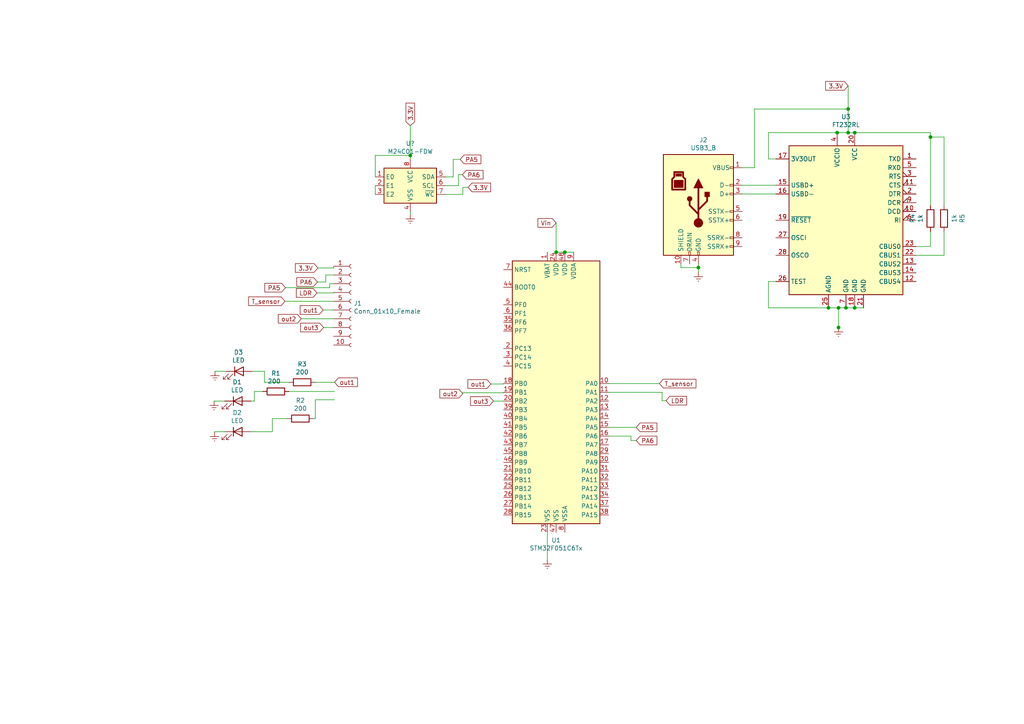
<source format=kicad_sch>
(kicad_sch (version 20230121) (generator eeschema)
  (paper "A4")
  (lib_symbols
    (symbol "Connector:USB3_B" (pin_names (offset 1.016))
      (property "Reference" "J" (at -10.16 15.24 0))
      (property "Value" "USB3_B" (at 10.16 15.24 0))
      (symbol "USB3_B_0_0"
        (rectangle (start -2.794 -15.24) (end -2.286 -14.224))
        (rectangle (start -0.254 -15.24) (end 0.254 -14.224))
        (rectangle (start 10.16 -12.446) (end 9.144 -12.954))
        (rectangle (start 10.16 -9.906) (end 9.144 -10.414))
        (rectangle (start 10.16 -4.826) (end 9.144 -5.334))
        (rectangle (start 10.16 -2.286) (end 9.144 -2.794))
        (rectangle (start 10.16 2.794) (end 9.144 2.286))
        (rectangle (start 10.16 5.334) (end 9.144 4.826))
        (rectangle (start 10.16 10.414) (end 9.144 9.906))
      )
      (symbol "USB3_B_0_1"
        (rectangle (start -10.16 13.97) (end 10.16 -15.24) (stroke (width 0.254)) (fill (type background)))
        (rectangle (start -6.477 8.382) (end -4.953 7.747) (stroke (width 0.254)) (fill (type outline)))
        (rectangle (start -4.445 4.445) (end -6.985 6.477) (stroke (width 0.254)) (fill (type outline)))
        (polyline (pts (xy -6.985 8.89) (xy -6.985 7.493) (xy -7.62 6.858) (xy -7.62 3.81) (xy -3.81 3.81) (xy -3.81 6.858) (xy -4.445 7.493) (xy -4.445 8.89) (xy -6.858 8.89) (xy -6.985 8.89)) (stroke (width 0.508)))
      )
      (symbol "USB3_B_1_1"
        (circle (center -2.54 1.143) (radius 0.635) (stroke (width 0.254)) (fill (type outline)))
        (circle (center 0 -5.842) (radius 1.27) (fill (type outline)))
        (polyline (pts (xy 0 -5.842) (xy 0 4.318)) (stroke (width 0.508)))
        (polyline (pts (xy 0 -3.302) (xy -2.54 -0.762) (xy -2.54 0.508)) (stroke (width 0.508)))
        (polyline (pts (xy 0 -2.032) (xy 2.54 0.508) (xy 2.54 1.778)) (stroke (width 0.508)))
        (polyline (pts (xy -1.27 4.318) (xy 0 6.858) (xy 1.27 4.318) (xy -1.27 4.318)) (stroke (width 0.254)) (fill (type outline)))
        (rectangle (start 1.905 1.778) (end 3.175 3.048) (stroke (width 0.254)) (fill (type outline)))
        (pin power_out line (at 12.7 10.16 180) (length 2.54) (name "VBUS") (number "1"))
        (pin passive line (at -5.08 -17.78 90) (length 2.54) (name "SHIELD") (number "10"))
        (pin bidirectional line (at 12.7 5.08 180) (length 2.54) (name "D-") (number "2"))
        (pin bidirectional line (at 12.7 2.54 180) (length 2.54) (name "D+") (number "3"))
        (pin power_out line (at 0 -17.78 90) (length 2.54) (name "GND") (number "4"))
        (pin output line (at 12.7 -2.54 180) (length 2.54) (name "SSTX-") (number "5"))
        (pin output line (at 12.7 -5.08 180) (length 2.54) (name "SSTX+") (number "6"))
        (pin passive line (at -2.54 -17.78 90) (length 2.54) (name "DRAIN") (number "7"))
        (pin input line (at 12.7 -10.16 180) (length 2.54) (name "SSRX-") (number "8"))
        (pin input line (at 12.7 -12.7 180) (length 2.54) (name "SSRX+") (number "9"))
      )
    )
    (symbol "Device:LED" (pin_numbers hide) (pin_names (offset 1.016) hide)
      (property "Reference" "D" (at 0 2.54 0))
      (property "Value" "LED" (at 0 -2.54 0))
      (symbol "LED_0_1"
        (polyline (pts (xy -1.27 -1.27) (xy -1.27 1.27)) (stroke (width 0.254)))
        (polyline (pts (xy -1.27 0) (xy 1.27 0)))
        (polyline (pts (xy 1.27 -1.27) (xy 1.27 1.27) (xy -1.27 0) (xy 1.27 -1.27)) (stroke (width 0.254)))
        (polyline (pts (xy -3.048 -0.762) (xy -4.572 -2.286) (xy -3.81 -2.286) (xy -4.572 -2.286) (xy -4.572 -1.524)))
        (polyline (pts (xy -1.778 -0.762) (xy -3.302 -2.286) (xy -2.54 -2.286) (xy -3.302 -2.286) (xy -3.302 -1.524)))
      )
      (symbol "LED_1_1"
        (pin passive line (at -3.81 0 0) (length 2.54) (name "K") (number "1"))
        (pin passive line (at 3.81 0 180) (length 2.54) (name "A") (number "2"))
      )
    )
    (symbol "Device:R" (pin_numbers hide) (pin_names (offset 0))
      (property "Reference" "R" (at 2.032 0 90))
      (property "Value" "R" (at 0 0 90))
      (symbol "R_0_1"
        (rectangle (start -1.016 -2.54) (end 1.016 2.54) (stroke (width 0.254)))
      )
      (symbol "R_1_1"
        (pin passive line (at 0 3.81 270) (length 1.27) (name "~") (number "1"))
        (pin passive line (at 0 -3.81 90) (length 1.27) (name "~") (number "2"))
      )
    )
    (symbol "Interface_USB:FT232RL"
      (property "Reference" "U" (at -16.51 22.86 0))
      (property "Value" "FT232RL" (at 10.16 22.86 0))
      (symbol "FT232RL_0_1"
        (rectangle (start -16.51 21.59) (end 16.51 -21.59) (stroke (width 0.254)) (fill (type background)))
      )
      (symbol "FT232RL_1_1"
        (pin output line (at 20.32 17.78 180) (length 3.81) (name "TXD") (number "1"))
        (pin input input_low (at 20.32 2.54 180) (length 3.81) (name "DCD") (number "10"))
        (pin input input_low (at 20.32 10.16 180) (length 3.81) (name "CTS") (number "11"))
        (pin bidirectional line (at 20.32 -17.78 180) (length 3.81) (name "CBUS4") (number "12"))
        (pin bidirectional line (at 20.32 -12.7 180) (length 3.81) (name "CBUS2") (number "13"))
        (pin bidirectional line (at 20.32 -15.24 180) (length 3.81) (name "CBUS3") (number "14"))
        (pin bidirectional line (at -20.32 10.16 0) (length 3.81) (name "USBD+") (number "15"))
        (pin bidirectional line (at -20.32 7.62 0) (length 3.81) (name "USBD-") (number "16"))
        (pin power_out line (at -20.32 17.78 0) (length 3.81) (name "3V3OUT") (number "17"))
        (pin power_in line (at 2.54 -25.4 90) (length 3.81) (name "GND") (number "18"))
        (pin input line (at -20.32 0 0) (length 3.81) (name "~{RESET}") (number "19"))
        (pin output output_low (at 20.32 7.62 180) (length 3.81) (name "DTR") (number "2"))
        (pin power_in line (at 2.54 25.4 270) (length 3.81) (name "VCC") (number "20"))
        (pin power_in line (at 5.08 -25.4 90) (length 3.81) (name "GND") (number "21"))
        (pin bidirectional line (at 20.32 -10.16 180) (length 3.81) (name "CBUS1") (number "22"))
        (pin bidirectional line (at 20.32 -7.62 180) (length 3.81) (name "CBUS0") (number "23"))
        (pin power_in line (at -5.08 -25.4 90) (length 3.81) (name "AGND") (number "25"))
        (pin input line (at -20.32 -17.78 0) (length 3.81) (name "TEST") (number "26"))
        (pin input line (at -20.32 -5.08 0) (length 3.81) (name "OSCI") (number "27"))
        (pin output line (at -20.32 -10.16 0) (length 3.81) (name "OSCO") (number "28"))
        (pin output output_low (at 20.32 12.7 180) (length 3.81) (name "RTS") (number "3"))
        (pin power_in line (at -2.54 25.4 270) (length 3.81) (name "VCCIO") (number "4"))
        (pin input line (at 20.32 15.24 180) (length 3.81) (name "RXD") (number "5"))
        (pin input input_low (at 20.32 0 180) (length 3.81) (name "RI") (number "6"))
        (pin power_in line (at 0 -25.4 90) (length 3.81) (name "GND") (number "7"))
        (pin input input_low (at 20.32 5.08 180) (length 3.81) (name "DCR") (number "9"))
      )
    )
    (symbol "Memory_EEPROM:M24C01-FDW"
      (property "Reference" "U" (at -6.35 6.35 0))
      (property "Value" "M24C01-FDW" (at 7.62 6.35 0))
      (symbol "M24C01-FDW_0_1"
        (rectangle (start -7.62 5.08) (end 7.62 -5.08) (stroke (width 0.254)) (fill (type background)))
      )
      (symbol "M24C01-FDW_1_1"
        (pin input line (at -10.16 2.54 0) (length 2.54) (name "E0") (number "1"))
        (pin input line (at -10.16 0 0) (length 2.54) (name "E1") (number "2"))
        (pin input line (at -10.16 -2.54 0) (length 2.54) (name "E2") (number "3"))
        (pin power_in line (at 0 -7.62 90) (length 2.54) (name "VSS") (number "4"))
        (pin bidirectional line (at 10.16 2.54 180) (length 2.54) (name "SDA") (number "5"))
        (pin input line (at 10.16 0 180) (length 2.54) (name "SCL") (number "6"))
        (pin input line (at 10.16 -2.54 180) (length 2.54) (name "~{WC}") (number "7"))
        (pin power_in line (at 0 7.62 270) (length 2.54) (name "VCC") (number "8"))
      )
    )
    (symbol "Microcontroller Schematic-rescue:Conn_01x10_Female-Connector" (pin_names (offset 1.016) hide)
      (property "Reference" "J" (at 0 12.7 0))
      (property "Value" "Connector_Conn_01x10_Female" (at 0 -15.24 0))
      (symbol "Conn_01x10_Female-Connector_1_1"
        (arc (start 0 -12.192) (mid -0.5058 -12.7) (end 0 -13.208) (stroke (width 0.1524)))
        (arc (start 0 -9.652) (mid -0.5058 -10.16) (end 0 -10.668) (stroke (width 0.1524)))
        (arc (start 0 -7.112) (mid -0.5058 -7.62) (end 0 -8.128) (stroke (width 0.1524)))
        (arc (start 0 -4.572) (mid -0.5058 -5.08) (end 0 -5.588) (stroke (width 0.1524)))
        (arc (start 0 -2.032) (mid -0.5058 -2.54) (end 0 -3.048) (stroke (width 0.1524)))
        (polyline (pts (xy -1.27 -12.7) (xy -0.508 -12.7)) (stroke (width 0.1524)))
        (polyline (pts (xy -1.27 -10.16) (xy -0.508 -10.16)) (stroke (width 0.1524)))
        (polyline (pts (xy -1.27 -7.62) (xy -0.508 -7.62)) (stroke (width 0.1524)))
        (polyline (pts (xy -1.27 -5.08) (xy -0.508 -5.08)) (stroke (width 0.1524)))
        (polyline (pts (xy -1.27 -2.54) (xy -0.508 -2.54)) (stroke (width 0.1524)))
        (polyline (pts (xy -1.27 0) (xy -0.508 0)) (stroke (width 0.1524)))
        (polyline (pts (xy -1.27 2.54) (xy -0.508 2.54)) (stroke (width 0.1524)))
        (polyline (pts (xy -1.27 5.08) (xy -0.508 5.08)) (stroke (width 0.1524)))
        (polyline (pts (xy -1.27 7.62) (xy -0.508 7.62)) (stroke (width 0.1524)))
        (polyline (pts (xy -1.27 10.16) (xy -0.508 10.16)) (stroke (width 0.1524)))
        (arc (start 0 0.508) (mid -0.5058 0) (end 0 -0.508) (stroke (width 0.1524)))
        (arc (start 0 3.048) (mid -0.5058 2.54) (end 0 2.032) (stroke (width 0.1524)))
        (arc (start 0 5.588) (mid -0.5058 5.08) (end 0 4.572) (stroke (width 0.1524)))
        (arc (start 0 8.128) (mid -0.5058 7.62) (end 0 7.112) (stroke (width 0.1524)))
        (arc (start 0 10.668) (mid -0.5058 10.16) (end 0 9.652) (stroke (width 0.1524)))
        (pin passive line (at -5.08 10.16 0) (length 3.81) (name "Pin_1") (number "1"))
        (pin passive line (at -5.08 -12.7 0) (length 3.81) (name "Pin_10") (number "10"))
        (pin passive line (at -5.08 7.62 0) (length 3.81) (name "Pin_2") (number "2"))
        (pin passive line (at -5.08 5.08 0) (length 3.81) (name "Pin_3") (number "3"))
        (pin passive line (at -5.08 2.54 0) (length 3.81) (name "Pin_4") (number "4"))
        (pin passive line (at -5.08 0 0) (length 3.81) (name "Pin_5") (number "5"))
        (pin passive line (at -5.08 -2.54 0) (length 3.81) (name "Pin_6") (number "6"))
        (pin passive line (at -5.08 -5.08 0) (length 3.81) (name "Pin_7") (number "7"))
        (pin passive line (at -5.08 -7.62 0) (length 3.81) (name "Pin_8") (number "8"))
        (pin passive line (at -5.08 -10.16 0) (length 3.81) (name "Pin_9") (number "9"))
      )
    )
    (symbol "Microcontroller Schematic-rescue:STM32F051C6Tx-MCU_ST_STM32F0"
      (property "Reference" "U" (at -12.7 39.37 0))
      (property "Value" "MCU_ST_STM32F0_STM32F051C6Tx" (at 7.62 39.37 0))
      (symbol "STM32F051C6Tx-MCU_ST_STM32F0_0_1"
        (rectangle (start -12.7 -38.1) (end 12.7 38.1) (stroke (width 0.254)) (fill (type background)))
      )
      (symbol "STM32F051C6Tx-MCU_ST_STM32F0_1_1"
        (pin power_in line (at -2.54 40.64 270) (length 2.54) (name "VBAT") (number "1"))
        (pin bidirectional line (at 15.24 2.54 180) (length 2.54) (name "PA0") (number "10"))
        (pin bidirectional line (at 15.24 0 180) (length 2.54) (name "PA1") (number "11"))
        (pin bidirectional line (at 15.24 -2.54 180) (length 2.54) (name "PA2") (number "12"))
        (pin bidirectional line (at 15.24 -5.08 180) (length 2.54) (name "PA3") (number "13"))
        (pin bidirectional line (at 15.24 -7.62 180) (length 2.54) (name "PA4") (number "14"))
        (pin bidirectional line (at 15.24 -10.16 180) (length 2.54) (name "PA5") (number "15"))
        (pin bidirectional line (at 15.24 -12.7 180) (length 2.54) (name "PA6") (number "16"))
        (pin bidirectional line (at 15.24 -15.24 180) (length 2.54) (name "PA7") (number "17"))
        (pin bidirectional line (at -15.24 2.54 0) (length 2.54) (name "PB0") (number "18"))
        (pin bidirectional line (at -15.24 0 0) (length 2.54) (name "PB1") (number "19"))
        (pin bidirectional line (at -15.24 12.7 0) (length 2.54) (name "PC13") (number "2"))
        (pin bidirectional line (at -15.24 -2.54 0) (length 2.54) (name "PB2") (number "20"))
        (pin bidirectional line (at -15.24 -22.86 0) (length 2.54) (name "PB10") (number "21"))
        (pin bidirectional line (at -15.24 -25.4 0) (length 2.54) (name "PB11") (number "22"))
        (pin power_in line (at -2.54 -40.64 90) (length 2.54) (name "VSS") (number "23"))
        (pin power_in line (at 0 40.64 270) (length 2.54) (name "VDD") (number "24"))
        (pin bidirectional line (at -15.24 -27.94 0) (length 2.54) (name "PB12") (number "25"))
        (pin bidirectional line (at -15.24 -30.48 0) (length 2.54) (name "PB13") (number "26"))
        (pin bidirectional line (at -15.24 -33.02 0) (length 2.54) (name "PB14") (number "27"))
        (pin bidirectional line (at -15.24 -35.56 0) (length 2.54) (name "PB15") (number "28"))
        (pin bidirectional line (at 15.24 -17.78 180) (length 2.54) (name "PA8") (number "29"))
        (pin bidirectional line (at -15.24 10.16 0) (length 2.54) (name "PC14") (number "3"))
        (pin bidirectional line (at 15.24 -20.32 180) (length 2.54) (name "PA9") (number "30"))
        (pin bidirectional line (at 15.24 -22.86 180) (length 2.54) (name "PA10") (number "31"))
        (pin bidirectional line (at 15.24 -25.4 180) (length 2.54) (name "PA11") (number "32"))
        (pin bidirectional line (at 15.24 -27.94 180) (length 2.54) (name "PA12") (number "33"))
        (pin bidirectional line (at 15.24 -30.48 180) (length 2.54) (name "PA13") (number "34"))
        (pin bidirectional line (at -15.24 20.32 0) (length 2.54) (name "PF6") (number "35"))
        (pin bidirectional line (at -15.24 17.78 0) (length 2.54) (name "PF7") (number "36"))
        (pin bidirectional line (at 15.24 -33.02 180) (length 2.54) (name "PA14") (number "37"))
        (pin bidirectional line (at 15.24 -35.56 180) (length 2.54) (name "PA15") (number "38"))
        (pin bidirectional line (at -15.24 -5.08 0) (length 2.54) (name "PB3") (number "39"))
        (pin bidirectional line (at -15.24 7.62 0) (length 2.54) (name "PC15") (number "4"))
        (pin bidirectional line (at -15.24 -7.62 0) (length 2.54) (name "PB4") (number "40"))
        (pin bidirectional line (at -15.24 -10.16 0) (length 2.54) (name "PB5") (number "41"))
        (pin bidirectional line (at -15.24 -12.7 0) (length 2.54) (name "PB6") (number "42"))
        (pin bidirectional line (at -15.24 -15.24 0) (length 2.54) (name "PB7") (number "43"))
        (pin input line (at -15.24 30.48 0) (length 2.54) (name "BOOT0") (number "44"))
        (pin bidirectional line (at -15.24 -17.78 0) (length 2.54) (name "PB8") (number "45"))
        (pin bidirectional line (at -15.24 -20.32 0) (length 2.54) (name "PB9") (number "46"))
        (pin power_in line (at 0 -40.64 90) (length 2.54) (name "VSS") (number "47"))
        (pin power_in line (at 2.54 40.64 270) (length 2.54) (name "VDD") (number "48"))
        (pin input line (at -15.24 25.4 0) (length 2.54) (name "PF0") (number "5"))
        (pin input line (at -15.24 22.86 0) (length 2.54) (name "PF1") (number "6"))
        (pin input line (at -15.24 35.56 0) (length 2.54) (name "NRST") (number "7"))
        (pin power_in line (at 2.54 -40.64 90) (length 2.54) (name "VSSA") (number "8"))
        (pin power_in line (at 5.08 40.64 270) (length 2.54) (name "VDDA") (number "9"))
      )
    )
    (symbol "power:Earth" (power) (pin_names (offset 0))
      (symbol "Earth_0_1"
        (polyline (pts (xy -0.635 -1.905) (xy 0.635 -1.905)))
        (polyline (pts (xy -0.127 -2.54) (xy 0.127 -2.54)))
        (polyline (pts (xy 0 -1.27) (xy 0 0)))
        (polyline (pts (xy 1.27 -1.27) (xy -1.27 -1.27)))
      )
      (symbol "Earth_1_1"
        (pin power_in line (at 0 0 270) (length 0) hide (name "Earth") (number "1"))
      )
    )
  )
  (junction (at 245.999 38.481))
  (junction (at 161.29 73.152))
  (junction (at 243.205 94.996))
  (junction (at 247.904 89.281))
  (junction (at 118.999 45.085))
  (junction (at 269.875 39.751))
  (junction (at 242.824 38.481))
  (junction (at 245.364 89.281))
  (junction (at 202.565 77.597))
  (junction (at 240.284 89.281))
  (junction (at 243.205 89.281))
  (junction (at 247.904 38.481))
  (junction (at 163.83 73.152))
  (junction (at 245.999 31.623))
  (wire (pts (xy 96.774 92.456) (xy 87.376 92.456)))
  (wire (pts (xy 215.265 48.641) (xy 218.821 48.641)))
  (wire (pts (xy 183.007 126.492) (xy 183.007 127.762)))
  (wire (pts (xy 218.821 31.623) (xy 245.999 31.623)))
  (wire (pts (xy 129.159 51.308) (xy 131.445 51.308)))
  (wire (pts (xy 96.774 84.836) (xy 96.774 84.963)))
  (wire (pts (xy 242.824 38.481) (xy 245.999 38.481)))
  (wire (pts (xy 96.774 77.724) (xy 96.774 77.216)))
  (wire (pts (xy 108.839 53.848) (xy 108.839 56.388)))
  (wire (pts (xy 118.999 61.468) (xy 118.999 62.23)))
  (wire (pts (xy 202.565 77.597) (xy 202.565 78.994)))
  (wire (pts (xy 118.999 45.085) (xy 118.999 46.228)))
  (wire (pts (xy 62.23 125.222) (xy 62.23 125.349)))
  (wire (pts (xy 240.284 89.281) (xy 243.205 89.281)))
  (wire (pts (xy 222.885 38.481) (xy 242.824 38.481)))
  (wire (pts (xy 225.044 46.101) (xy 222.885 46.101)))
  (wire (pts (xy 108.839 45.085) (xy 118.999 45.085)))
  (wire (pts (xy 222.885 89.281) (xy 240.284 89.281)))
  (wire (pts (xy 93.726 89.916) (xy 96.774 89.916)))
  (wire (pts (xy 134.239 113.919) (xy 134.239 114.173)))
  (wire (pts (xy 83.82 110.871) (xy 76.708 110.871)))
  (wire (pts (xy 176.53 123.952) (xy 184.531 123.952)))
  (wire (pts (xy 197.485 77.597) (xy 202.565 77.597)))
  (wire (pts (xy 161.29 64.643) (xy 161.29 73.152)))
  (wire (pts (xy 91.44 115.951) (xy 91.44 121.412)))
  (wire (pts (xy 265.684 71.501) (xy 269.875 71.501)))
  (wire (pts (xy 269.875 39.751) (xy 269.875 59.563)))
  (wire (pts (xy 76.708 107.696) (xy 73.152 107.696)))
  (wire (pts (xy 146.05 113.919) (xy 134.239 113.919)))
  (wire (pts (xy 225.044 56.261) (xy 215.265 56.261)))
  (wire (pts (xy 129.159 53.848) (xy 132.969 53.848)))
  (wire (pts (xy 95.631 82.296) (xy 95.631 83.439)))
  (wire (pts (xy 243.205 89.281) (xy 243.205 94.996)))
  (wire (pts (xy 225.044 81.661) (xy 222.885 81.661)))
  (wire (pts (xy 65.151 125.222) (xy 62.23 125.222)))
  (wire (pts (xy 83.312 121.412) (xy 78.994 121.412)))
  (wire (pts (xy 143.129 116.332) (xy 146.05 116.332)))
  (wire (pts (xy 247.904 38.481) (xy 269.875 38.481)))
  (wire (pts (xy 131.445 51.308) (xy 131.445 46.228)))
  (wire (pts (xy 265.684 74.041) (xy 273.812 74.041)))
  (wire (pts (xy 247.904 89.281) (xy 250.444 89.281)))
  (wire (pts (xy 118.999 36.449) (xy 118.999 45.085)))
  (wire (pts (xy 76.708 110.871) (xy 76.708 107.696)))
  (wire (pts (xy 94.488 81.788) (xy 92.075 81.788)))
  (wire (pts (xy 176.53 113.792) (xy 192.024 113.792)))
  (wire (pts (xy 243.205 89.281) (xy 245.364 89.281)))
  (wire (pts (xy 192.024 113.792) (xy 192.024 116.205)))
  (wire (pts (xy 146.05 113.919) (xy 146.05 113.792)))
  (wire (pts (xy 197.485 76.581) (xy 197.485 77.597)))
  (wire (pts (xy 108.839 45.085) (xy 108.839 51.308)))
  (wire (pts (xy 245.364 89.281) (xy 247.904 89.281)))
  (wire (pts (xy 273.812 59.563) (xy 273.812 39.751)))
  (wire (pts (xy 142.367 111.379) (xy 146.05 111.379)))
  (wire (pts (xy 73.787 113.538) (xy 73.787 116.332)))
  (wire (pts (xy 176.53 126.492) (xy 183.007 126.492)))
  (wire (pts (xy 78.994 125.222) (xy 72.771 125.222)))
  (wire (pts (xy 132.969 53.848) (xy 132.969 50.673)))
  (wire (pts (xy 245.999 38.481) (xy 245.999 31.623)))
  (wire (pts (xy 245.999 31.623) (xy 245.999 24.892)))
  (wire (pts (xy 96.774 82.296) (xy 95.631 82.296)))
  (wire (pts (xy 95.631 83.439) (xy 82.804 83.439)))
  (wire (pts (xy 94.488 79.756) (xy 94.488 81.788)))
  (wire (pts (xy 78.994 121.412) (xy 78.994 125.222)))
  (wire (pts (xy 91.44 115.951) (xy 97.028 115.951)))
  (wire (pts (xy 243.205 94.996) (xy 243.205 95.25)))
  (wire (pts (xy 96.774 87.376) (xy 82.677 87.376)))
  (wire (pts (xy 245.999 38.481) (xy 247.904 38.481)))
  (wire (pts (xy 163.83 73.152) (xy 161.29 73.152)))
  (wire (pts (xy 65.151 116.332) (xy 62.103 116.332)))
  (wire (pts (xy 269.875 71.501) (xy 269.875 67.183)))
  (wire (pts (xy 176.53 111.252) (xy 191.262 111.252)))
  (wire (pts (xy 183.007 127.762) (xy 184.531 127.762)))
  (wire (pts (xy 76.2 113.538) (xy 73.787 113.538)))
  (wire (pts (xy 222.885 81.661) (xy 222.885 89.281)))
  (wire (pts (xy 158.75 154.432) (xy 158.75 162.306)))
  (wire (pts (xy 215.265 53.721) (xy 225.044 53.721)))
  (wire (pts (xy 91.44 110.871) (xy 97.028 110.871)))
  (wire (pts (xy 146.05 111.379) (xy 146.05 111.252)))
  (wire (pts (xy 202.565 77.597) (xy 202.565 76.581)))
  (wire (pts (xy 129.159 56.388) (xy 134.239 56.388)))
  (wire (pts (xy 83.82 113.538) (xy 97.028 113.538)))
  (wire (pts (xy 96.774 94.996) (xy 93.853 94.996)))
  (wire (pts (xy 132.969 50.673) (xy 134.112 50.673)))
  (wire (pts (xy 73.787 116.332) (xy 72.771 116.332)))
  (wire (pts (xy 96.774 79.756) (xy 94.488 79.756)))
  (wire (pts (xy 269.875 38.481) (xy 269.875 39.751)))
  (wire (pts (xy 65.532 107.696) (xy 62.357 107.696)))
  (wire (pts (xy 273.812 74.041) (xy 273.812 67.183)))
  (wire (pts (xy 166.37 73.152) (xy 163.83 73.152)))
  (wire (pts (xy 218.821 48.641) (xy 218.821 31.623)))
  (wire (pts (xy 192.024 116.205) (xy 193.167 116.205)))
  (wire (pts (xy 134.239 54.356) (xy 135.763 54.356)))
  (wire (pts (xy 222.885 46.101) (xy 222.885 38.481)))
  (wire (pts (xy 134.239 56.388) (xy 134.239 54.356)))
  (wire (pts (xy 91.948 84.963) (xy 96.774 84.963)))
  (wire (pts (xy 161.29 73.152) (xy 161.29 73.2282)))
  (wire (pts (xy 91.44 121.412) (xy 90.932 121.412)))
  (wire (pts (xy 131.445 46.228) (xy 133.477 46.228)))
  (wire (pts (xy 273.812 39.751) (xy 269.875 39.751)))
  (wire (pts (xy 92.202 77.724) (xy 96.774 77.724)))
  (global_label "out2" (shape input) (at 87.376 92.456 180) (property "Intersheetrefs" "${INTERSHEET_REFS}" (effects hide)))
  (global_label "PA6" (shape input) (at 92.075 81.788 180) (property "Intersheetrefs" "${INTERSHEET_REFS}" (effects hide)))
  (global_label "3.3V" (shape input) (at 245.999 24.892 180) (property "Intersheetrefs" "${INTERSHEET_REFS}" (effects hide)))
  (global_label "3.3V" (shape input) (at 118.999 36.449 90) (property "Intersheetrefs" "${INTERSHEET_REFS}" (effects hide)))
  (global_label "3.3V" (shape input) (at 135.763 54.356 0) (property "Intersheetrefs" "${INTERSHEET_REFS}" (effects hide)))
  (global_label "out3" (shape input) (at 93.853 94.996 180) (property "Intersheetrefs" "${INTERSHEET_REFS}" (effects hide)))
  (global_label "Vin" (shape input) (at 161.29 64.643 180) (property "Intersheetrefs" "${INTERSHEET_REFS}" (effects hide)))
  (global_label "T_sensor" (shape input) (at 191.262 111.252 0) (property "Intersheetrefs" "${INTERSHEET_REFS}" (effects hide)))
  (global_label "out3" (shape input) (at 143.129 116.332 180) (property "Intersheetrefs" "${INTERSHEET_REFS}" (effects hide)))
  (global_label "PA6" (shape input) (at 134.112 50.673 0) (property "Intersheetrefs" "${INTERSHEET_REFS}" (effects hide)))
  (global_label "PA5" (shape input) (at 133.477 46.228 0) (property "Intersheetrefs" "${INTERSHEET_REFS}" (effects hide)))
  (global_label "out2" (shape input) (at 134.239 114.173 180) (property "Intersheetrefs" "${INTERSHEET_REFS}" (effects hide)))
  (global_label "PA5" (shape input) (at 184.531 123.952 0) (property "Intersheetrefs" "${INTERSHEET_REFS}" (effects hide)))
  (global_label "PA6" (shape input) (at 184.531 127.762 0) (property "Intersheetrefs" "${INTERSHEET_REFS}" (effects hide)))
  (global_label "PA5" (shape input) (at 82.804 83.439 180) (property "Intersheetrefs" "${INTERSHEET_REFS}" (effects hide)))
  (global_label "3.3V" (shape input) (at 92.202 77.724 180) (property "Intersheetrefs" "${INTERSHEET_REFS}" (effects hide)))
  (global_label "out1" (shape input) (at 142.367 111.379 180) (property "Intersheetrefs" "${INTERSHEET_REFS}" (effects hide)))
  (global_label "T_sensor" (shape input) (at 82.677 87.376 180) (property "Intersheetrefs" "${INTERSHEET_REFS}" (effects hide)))
  (global_label "out1" (shape input) (at 93.726 89.916 180) (property "Intersheetrefs" "${INTERSHEET_REFS}" (effects hide)))
  (global_label "LDR" (shape input) (at 193.167 116.205 0) (property "Intersheetrefs" "${INTERSHEET_REFS}" (effects hide)))
  (global_label "LDR" (shape input) (at 91.948 84.963 180) (property "Intersheetrefs" "${INTERSHEET_REFS}" (effects hide)))
  (global_label "out1" (shape input) (at 97.028 110.871 0) (property "Intersheetrefs" "${INTERSHEET_REFS}" (effects hide)))
  (symbol (lib_id "Microcontroller Schematic-rescue:STM32F051C6Tx-MCU_ST_STM32F0") (at 161.29 113.792 0) (unit 1)
    (property "Reference" "U1" (at 161.29 156.6926 0))
    (property "Value" "STM32F051C6Tx" (at 161.29 159.004 0))
    (property "Footprint" "Package_QFP:LQFP-48_7x7mm_P0.5mm" (effects hide))
    (property "Datasheet" "http://www.st.com/st-web-ui/static/active/en/resource/technical/document/datasheet/DM00039193.pdf" (effects hide))
  )
  (symbol (lib_id "power:Earth") (at 158.75 162.306 0) (unit 1)
    (property "Reference" "#PWR0101" (effects hide))
    (property "Value" "Earth" (effects hide))
  )
  (symbol (lib_id "Device:R") (at 87.63 110.871 270) (unit 1)
    (property "Reference" "R3" (at 87.63 105.6132 90))
    (property "Value" "200" (at 87.63 107.9246 90))
    (property "Footprint" "Resistor_SMD:R_0201_0603Metric" (effects hide))
    (property "Price" "0,040" (effects hide))
  )
  (symbol (lib_id "Device:R") (at 80.01 113.538 270) (unit 1)
    (property "Reference" "R1" (at 80.01 108.2802 90))
    (property "Value" "200 " (at 80.01 110.5916 90))
    (property "Footprint" "Resistor_SMD:R_0201_0603Metric" (effects hide))
    (property "Price" "0,040" (effects hide))
  )
  (symbol (lib_id "Device:R") (at 87.122 121.412 270) (unit 1)
    (property "Reference" "R2" (at 87.122 116.1542 90))
    (property "Value" "200" (at 87.122 118.4656 90))
    (property "Footprint" "Resistor_SMD:R_0201_0603Metric" (effects hide))
    (property "Price" "0,040" (effects hide))
  )
  (symbol (lib_id "Device:LED") (at 69.342 107.696 0) (unit 1)
    (property "Reference" "D3" (at 69.1642 102.1842 0))
    (property "Value" "LED" (at 69.1642 104.4956 0))
    (property "Footprint" "LED_SMD:LED-APA102-2020" (effects hide))
    (property "Price" "1,04" (effects hide))
  )
  (symbol (lib_id "Device:LED") (at 68.961 116.332 0) (unit 1)
    (property "Reference" "D1" (at 68.7832 110.8202 0))
    (property "Value" "LED" (at 68.7832 113.1316 0))
    (property "Footprint" "LED_SMD:LED-APA102-2020" (effects hide))
    (property "Price" "1,04" (effects hide))
  )
  (symbol (lib_id "Device:LED") (at 68.961 125.222 0) (unit 1)
    (property "Reference" "D2" (at 68.7832 119.7102 0))
    (property "Value" "LED" (at 68.7832 122.0216 0))
    (property "Footprint" "LED_SMD:LED-APA102-2020" (effects hide))
    (property "Price" "1,04" (effects hide))
  )
  (symbol (lib_id "power:Earth") (at 62.357 107.696 0) (unit 1)
    (property "Reference" "#PWR0102" (effects hide))
    (property "Value" "Earth" (effects hide))
  )
  (symbol (lib_id "Interface_USB:FT232RL") (at 245.364 63.881 0) (unit 1)
    (property "Reference" "U3" (at 245.364 33.8836 0))
    (property "Value" "FT232RL" (at 245.364 36.195 0))
    (property "Footprint" "Package_SO:SSOP-28_5.3x10.2mm_P0.65mm" (effects hide))
    (property "Datasheet" "https://www.ftdichip.com/Support/Documents/DataSheets/ICs/DS_FT232R.pdf" (effects hide))
    (property "Price" "58.91" (effects hide))
  )
  (symbol (lib_id "power:Earth") (at 62.103 116.332 0) (unit 1)
    (property "Reference" "#PWR0103" (effects hide))
    (property "Value" "Earth" (effects hide))
  )
  (symbol (lib_id "power:Earth") (at 62.23 125.349 0) (unit 1)
    (property "Reference" "#PWR0104" (effects hide))
    (property "Value" "Earth" (effects hide))
  )
  (symbol (lib_id "Connector:USB3_B") (at 202.565 58.801 0) (unit 1)
    (property "Reference" "J2" (at 204.0128 40.5892 0))
    (property "Value" "USB3_B" (at 204.0128 42.9006 0))
    (property "Price" "0.69" (effects hide))
  )
  (symbol (lib_id "Device:R") (at 269.875 63.373 0) (unit 1)
    (property "Reference" "R4" (at 264.6172 63.373 90))
    (property "Value" "1k" (at 266.9286 63.373 90))
    (property "Footprint" "Resistor_SMD:R_0201_0603Metric" (effects hide))
    (property "Price" "0,040" (effects hide))
  )
  (symbol (lib_id "Device:R") (at 273.812 63.373 180) (unit 1)
    (property "Reference" "R5" (at 279.0698 63.373 90))
    (property "Value" "1k" (at 276.7584 63.373 90))
    (property "Footprint" "Resistor_SMD:R_0201_0603Metric" (effects hide))
    (property "Price" "0,040" (effects hide))
  )
  (symbol (lib_id "power:Earth") (at 202.565 78.994 0) (unit 1)
    (property "Reference" "#PWR0105" (effects hide))
    (property "Value" "Earth" (effects hide))
  )
  (symbol (lib_id "power:Earth") (at 243.205 94.996 0) (unit 1)
    (property "Reference" "#PWR0106" (effects hide))
    (property "Value" "Earth" (effects hide))
  )
  (symbol (lib_id "power:Earth") (at 118.999 62.23 0) (unit 1)
    (property "Reference" "#PWR0107" (effects hide))
    (property "Value" "Earth" (effects hide))
  )
  (symbol (lib_id "Microcontroller Schematic-rescue:Conn_01x10_Female-Connector") (at 101.854 87.376 0) (unit 1)
    (property "Reference" "J1" (at 102.5652 87.9856 0) (effects (justify left)))
    (property "Value" "Conn_01x10_Female" (at 102.5652 90.297 0) (effects (justify left)))
    (property "Price" "0.64" (effects hide))
  )
  (symbol (lib_id "Memory_EEPROM:M24C01-FDW") (at 118.999 53.848 0) (unit 1)
    (property "Reference" "U?" (at 118.999 41.6306 0))
    (property "Value" "M24C01-FDW" (at 118.999 43.942 0))
    (property "Footprint" "Package_SO:TSSOP-8_4.4x3mm_P0.65mm" (effects hide))
    (property "Datasheet" "http://www.st.com/content/ccc/resource/technical/document/datasheet/b0/d8/50/40/5a/85/49/6f/DM00071904.pdf/files/DM00071904.pdf/jcr:content/translations/en.DM00071904.pdf" (effects hide))
    (property "Price" "0.2" (effects hide))
  )
)
</source>
